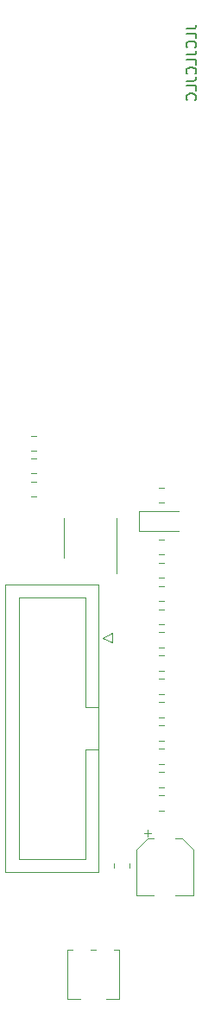
<source format=gbr>
%TF.GenerationSoftware,KiCad,Pcbnew,(6.0.0-0)*%
%TF.CreationDate,2022-12-13T23:32:20-05:00*%
%TF.ProjectId,synth-808,73796e74-682d-4383-9038-2e6b69636164,rev?*%
%TF.SameCoordinates,Original*%
%TF.FileFunction,Legend,Bot*%
%TF.FilePolarity,Positive*%
%FSLAX46Y46*%
G04 Gerber Fmt 4.6, Leading zero omitted, Abs format (unit mm)*
G04 Created by KiCad (PCBNEW (6.0.0-0)) date 2022-12-13 23:32:20*
%MOMM*%
%LPD*%
G01*
G04 APERTURE LIST*
%ADD10C,0.150000*%
%ADD11C,0.120000*%
G04 APERTURE END LIST*
D10*
X66508380Y-48482666D02*
X67222666Y-48482666D01*
X67365523Y-48435047D01*
X67460761Y-48339809D01*
X67508380Y-48196952D01*
X67508380Y-48101714D01*
X67508380Y-49435047D02*
X67508380Y-48958857D01*
X66508380Y-48958857D01*
X67413142Y-50339809D02*
X67460761Y-50292190D01*
X67508380Y-50149333D01*
X67508380Y-50054095D01*
X67460761Y-49911238D01*
X67365523Y-49816000D01*
X67270285Y-49768380D01*
X67079809Y-49720761D01*
X66936952Y-49720761D01*
X66746476Y-49768380D01*
X66651238Y-49816000D01*
X66556000Y-49911238D01*
X66508380Y-50054095D01*
X66508380Y-50149333D01*
X66556000Y-50292190D01*
X66603619Y-50339809D01*
X66508380Y-51054095D02*
X67222666Y-51054095D01*
X67365523Y-51006476D01*
X67460761Y-50911238D01*
X67508380Y-50768380D01*
X67508380Y-50673142D01*
X67508380Y-52006476D02*
X67508380Y-51530285D01*
X66508380Y-51530285D01*
X67413142Y-52911238D02*
X67460761Y-52863619D01*
X67508380Y-52720761D01*
X67508380Y-52625523D01*
X67460761Y-52482666D01*
X67365523Y-52387428D01*
X67270285Y-52339809D01*
X67079809Y-52292190D01*
X66936952Y-52292190D01*
X66746476Y-52339809D01*
X66651238Y-52387428D01*
X66556000Y-52482666D01*
X66508380Y-52625523D01*
X66508380Y-52720761D01*
X66556000Y-52863619D01*
X66603619Y-52911238D01*
X66508380Y-53625523D02*
X67222666Y-53625523D01*
X67365523Y-53577904D01*
X67460761Y-53482666D01*
X67508380Y-53339809D01*
X67508380Y-53244571D01*
X67508380Y-54577904D02*
X67508380Y-54101714D01*
X66508380Y-54101714D01*
X67413142Y-55482666D02*
X67460761Y-55435047D01*
X67508380Y-55292190D01*
X67508380Y-55196952D01*
X67460761Y-55054095D01*
X67365523Y-54958857D01*
X67270285Y-54911238D01*
X67079809Y-54863619D01*
X66936952Y-54863619D01*
X66746476Y-54911238D01*
X66651238Y-54958857D01*
X66556000Y-55054095D01*
X66508380Y-55196952D01*
X66508380Y-55292190D01*
X66556000Y-55435047D01*
X66603619Y-55482666D01*
D11*
%TO.C,RV3*%
X59924000Y-143644000D02*
X59924000Y-138804000D01*
X54884000Y-143644000D02*
X54884000Y-138804000D01*
X59924000Y-143644000D02*
X58644000Y-143644000D01*
X56164000Y-143644000D02*
X54884000Y-143644000D01*
X59924000Y-138804000D02*
X59444000Y-138804000D01*
X57664000Y-138804000D02*
X57144000Y-138804000D01*
X55364000Y-138804000D02*
X54884000Y-138804000D01*
X59544000Y-143644000D02*
X59544000Y-143644000D01*
X59544000Y-143644000D02*
X58644000Y-143644000D01*
X59544000Y-143644000D02*
X58644000Y-143644000D01*
%TO.C,R9*%
X59463000Y-130783064D02*
X59463000Y-130328936D01*
X60933000Y-130783064D02*
X60933000Y-130328936D01*
%TO.C,C4*%
X66111563Y-127924000D02*
X65476000Y-127924000D01*
X62731000Y-127059000D02*
X62731000Y-127684000D01*
X67176000Y-128988437D02*
X67176000Y-133444000D01*
X62720437Y-127924000D02*
X63356000Y-127924000D01*
X67176000Y-133444000D02*
X65476000Y-133444000D01*
X62418500Y-127371500D02*
X63043500Y-127371500D01*
X62720437Y-127924000D02*
X61656000Y-128988437D01*
X61656000Y-133444000D02*
X63356000Y-133444000D01*
X66111563Y-127924000D02*
X67176000Y-128988437D01*
X61656000Y-128988437D02*
X61656000Y-133444000D01*
%TO.C,C3*%
X64353252Y-120577000D02*
X63830748Y-120577000D01*
X64353252Y-119107000D02*
X63830748Y-119107000D01*
%TO.C,U2*%
X57900000Y-115056000D02*
X56590000Y-115056000D01*
X50090000Y-104306000D02*
X50090000Y-129906000D01*
X56590000Y-129906000D02*
X56590000Y-119156000D01*
X56590000Y-104306000D02*
X50090000Y-104306000D01*
X57900000Y-131206000D02*
X57900000Y-103006000D01*
X56590000Y-115056000D02*
X56590000Y-104306000D01*
X59290000Y-108716000D02*
X58290000Y-108216000D01*
X56590000Y-119156000D02*
X56590000Y-119156000D01*
X57900000Y-103006000D02*
X48780000Y-103006000D01*
X50090000Y-129906000D02*
X56590000Y-129906000D01*
X48780000Y-103006000D02*
X48780000Y-131206000D01*
X58290000Y-108216000D02*
X59290000Y-107716000D01*
X59290000Y-107716000D02*
X59290000Y-108716000D01*
X56590000Y-119156000D02*
X57900000Y-119156000D01*
X48780000Y-131206000D02*
X57900000Y-131206000D01*
%TO.C,R8*%
X63864936Y-116821000D02*
X64319064Y-116821000D01*
X63864936Y-118291000D02*
X64319064Y-118291000D01*
%TO.C,C1*%
X64353252Y-102351000D02*
X63830748Y-102351000D01*
X64353252Y-100881000D02*
X63830748Y-100881000D01*
%TO.C,R1*%
X64319064Y-103167000D02*
X63864936Y-103167000D01*
X64319064Y-104637000D02*
X63864936Y-104637000D01*
%TO.C,R11*%
X64319064Y-106911000D02*
X63864936Y-106911000D01*
X64319064Y-105441000D02*
X63864936Y-105441000D01*
%TO.C,R5*%
X63864936Y-125149000D02*
X64319064Y-125149000D01*
X63864936Y-123679000D02*
X64319064Y-123679000D01*
%TO.C,U1*%
X59652000Y-98412000D02*
X59652000Y-101862000D01*
X59652000Y-98412000D02*
X59652000Y-96462000D01*
X54532000Y-98412000D02*
X54532000Y-96462000D01*
X54532000Y-98412000D02*
X54532000Y-100362000D01*
%TO.C,R3*%
X64319064Y-93515000D02*
X63864936Y-93515000D01*
X64319064Y-94985000D02*
X63864936Y-94985000D01*
%TO.C,R4*%
X51334936Y-92893000D02*
X51789064Y-92893000D01*
X51334936Y-94363000D02*
X51789064Y-94363000D01*
%TO.C,C2*%
X63830748Y-121393000D02*
X64353252Y-121393000D01*
X63830748Y-122863000D02*
X64353252Y-122863000D01*
%TO.C,D1*%
X61842000Y-97790000D02*
X61842000Y-95790000D01*
X61842000Y-97790000D02*
X65742000Y-97790000D01*
X61842000Y-95790000D02*
X65742000Y-95790000D01*
%TO.C,R7*%
X51789064Y-92077000D02*
X51334936Y-92077000D01*
X51789064Y-90607000D02*
X51334936Y-90607000D01*
%TO.C,R2*%
X63864936Y-98595000D02*
X64319064Y-98595000D01*
X63864936Y-100065000D02*
X64319064Y-100065000D01*
%TO.C,R10*%
X63864936Y-109963000D02*
X64319064Y-109963000D01*
X63864936Y-111433000D02*
X64319064Y-111433000D01*
%TO.C,R12*%
X64319064Y-113719000D02*
X63864936Y-113719000D01*
X64319064Y-112249000D02*
X63864936Y-112249000D01*
%TO.C,C5*%
X63830748Y-107677000D02*
X64353252Y-107677000D01*
X63830748Y-109147000D02*
X64353252Y-109147000D01*
%TO.C,R13*%
X51334936Y-88419000D02*
X51789064Y-88419000D01*
X51334936Y-89889000D02*
X51789064Y-89889000D01*
%TO.C,R6*%
X64319064Y-116005000D02*
X63864936Y-116005000D01*
X64319064Y-114535000D02*
X63864936Y-114535000D01*
%TD*%
M02*

</source>
